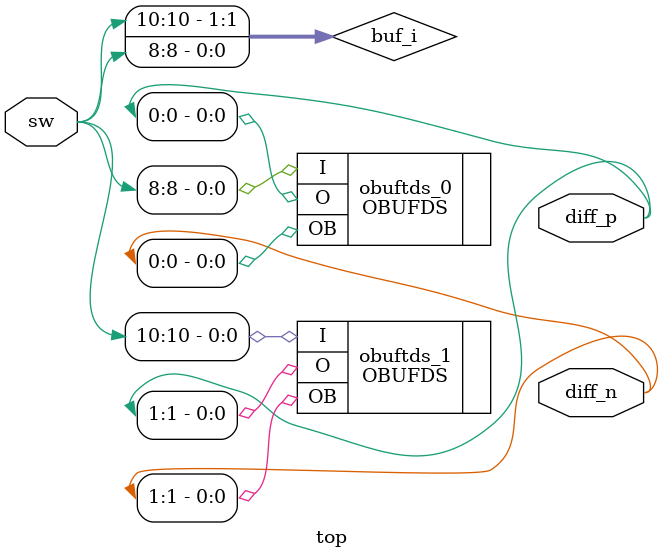
<source format=v>
/*
A simplistic test for OBUFDS. Two of them are instanciated and their outpus
are connected to LEDs. Data inputs are controlled by switches.

Truth tables:

SW8  | LED3 LED2
 0   |  1    0
 1   |  0    1

SW10 | LED8 LED7
 0   |  0    1
 0   |  1    0

Couldn't use all switches and buttons at the same time as the differential
IOs use different IOSTANDARD than the single ended ones and have to be in
a separate bank.

*/
`default_nettype none

// ============================================================================

module top
(
input  wire [11:8] sw,

output wire [1:0]  diff_p,
output wire [1:0]  diff_n
);

// ============================================================================
// OBUFTDS
wire [1:0] buf_i;

OBUFDS # (
  .IOSTANDARD("DIFF_SSTL135"),
  .SLEW("FAST")
) obuftds_0 (
  .I(buf_i[0]),
  .O(diff_p[0]), // LED2
  .OB(diff_n[0]) // LED3
);

OBUFDS # (
  .IOSTANDARD("DIFF_SSTL135"),
  .SLEW("FAST")
) obuftds_1 (
  .I(buf_i[1]),
  .O(diff_p[1]), // LED8
  .OB(diff_n[1]) // LED7
);

// ============================================================================

assign buf_i[0] = sw[ 8];
assign buf_i[1] = sw[10];

endmodule


</source>
